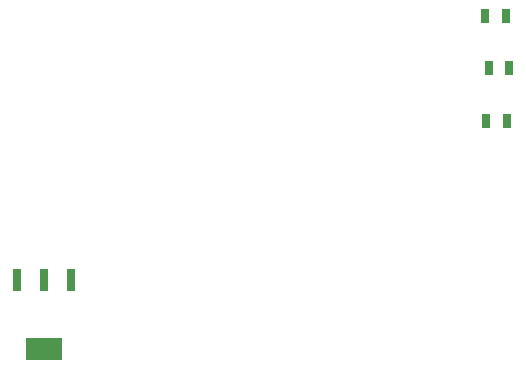
<source format=gbr>
G04 DipTrace 3.2.0.1*
G04 BottomPaste.gbr*
%MOMM*%
G04 #@! TF.FileFunction,Paste,Bot*
G04 #@! TF.Part,Single*
%ADD114R,3.05X1.95*%
%ADD116R,0.75X1.95*%
%ADD136R,0.65X1.2*%
%FSLAX35Y35*%
G04*
G71*
G90*
G75*
G01*
G04 BotPaste*
%LPD*%
D116*
X-2062440Y1699577D3*
X-1832440D3*
X-1602440D3*
D114*
X-1832440Y1119577D3*
D136*
X1899940Y3937347D3*
X2074940D3*
X1932310Y3498177D3*
X2107310D3*
X2085730Y3043257D3*
X1910730D3*
M02*

</source>
